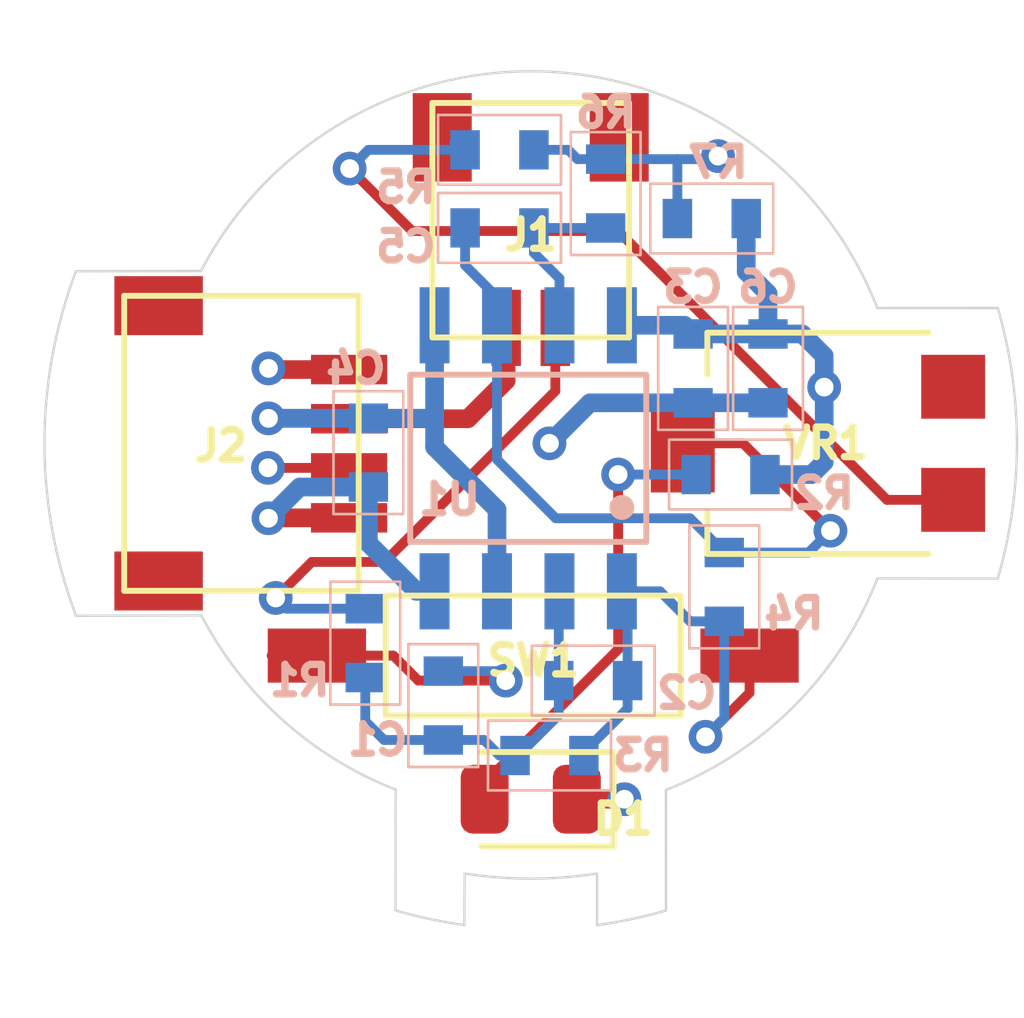
<source format=kicad_pcb>
(kicad_pcb (version 20171130) (host pcbnew "(5.1.8-0-10_14)")

  (general
    (thickness 1.6)
    (drawings 16)
    (tracks 139)
    (zones 0)
    (modules 19)
    (nets 14)
  )

  (page A4)
  (layers
    (0 F.Cu signal)
    (1 In1.Cu signal)
    (2 In2.Cu signal)
    (31 B.Cu signal)
    (32 B.Adhes user hide)
    (33 F.Adhes user hide)
    (34 B.Paste user hide)
    (35 F.Paste user hide)
    (36 B.SilkS user hide)
    (37 F.SilkS user hide)
    (38 B.Mask user hide)
    (39 F.Mask user hide)
    (40 Dwgs.User user hide)
    (41 Cmts.User user hide)
    (42 Eco1.User user hide)
    (43 Eco2.User user hide)
    (44 Edge.Cuts user)
    (45 Margin user hide)
    (46 B.CrtYd user hide)
    (47 F.CrtYd user hide)
    (48 B.Fab user hide)
    (49 F.Fab user hide)
  )

  (setup
    (last_trace_width 0.2)
    (user_trace_width 0.38)
    (trace_clearance 0.2)
    (zone_clearance 0.508)
    (zone_45_only no)
    (trace_min 0.2)
    (via_size 0.685)
    (via_drill 0.381)
    (via_min_size 0.4)
    (via_min_drill 0.3)
    (uvia_size 0.3)
    (uvia_drill 0.1)
    (uvias_allowed no)
    (uvia_min_size 0.2)
    (uvia_min_drill 0.1)
    (edge_width 0.05)
    (segment_width 0.2)
    (pcb_text_width 0.3)
    (pcb_text_size 1.5 1.5)
    (mod_edge_width 0.12)
    (mod_text_size 1 1)
    (mod_text_width 0.15)
    (pad_size 1.2 1.8)
    (pad_drill 0)
    (pad_to_mask_clearance 0)
    (aux_axis_origin 0 0)
    (grid_origin 150 150)
    (visible_elements 7FFFF7FF)
    (pcbplotparams
      (layerselection 0x010f0_ffffffff)
      (usegerberextensions true)
      (usegerberattributes true)
      (usegerberadvancedattributes true)
      (creategerberjobfile true)
      (excludeedgelayer true)
      (linewidth 0.100000)
      (plotframeref false)
      (viasonmask false)
      (mode 1)
      (useauxorigin false)
      (hpglpennumber 1)
      (hpglpenspeed 20)
      (hpglpendiameter 15.000000)
      (psnegative false)
      (psa4output false)
      (plotreference true)
      (plotvalue false)
      (plotinvisibletext false)
      (padsonsilk false)
      (subtractmaskfromsilk false)
      (outputformat 1)
      (mirror false)
      (drillshape 0)
      (scaleselection 1)
      (outputdirectory "Gerbs/"))
  )

  (net 0 "")
  (net 1 "Net-(C1-Pad1)")
  (net 2 "Net-(C1-Pad2)")
  (net 3 "Net-(C2-Pad1)")
  (net 4 GND)
  (net 5 +10V)
  (net 6 +5V)
  (net 7 "Net-(C5-Pad2)")
  (net 8 "Net-(C5-Pad1)")
  (net 9 "Net-(D1-Pad2)")
  (net 10 "Net-(J1-Pad1)")
  (net 11 "Net-(J2-Pad3)")
  (net 12 "Net-(R5-Pad2)")
  (net 13 "Net-(VR1-Pad2)")

  (net_class Default "This is the default net class."
    (clearance 0.2)
    (trace_width 0.2)
    (via_dia 0.685)
    (via_drill 0.381)
    (uvia_dia 0.3)
    (uvia_drill 0.1)
    (add_net +10V)
    (add_net +5V)
    (add_net GND)
    (add_net "Net-(C1-Pad1)")
    (add_net "Net-(C1-Pad2)")
    (add_net "Net-(C2-Pad1)")
    (add_net "Net-(C5-Pad1)")
    (add_net "Net-(C5-Pad2)")
    (add_net "Net-(D1-Pad2)")
    (add_net "Net-(J1-Pad1)")
    (add_net "Net-(J2-Pad3)")
    (add_net "Net-(R5-Pad2)")
    (add_net "Net-(VR1-Pad2)")
  )

  (module LED_SMD:LED_0805_2012Metric (layer F.Cu) (tedit 5F68FEF1) (tstamp 606D0028)
    (at 150 157.239 180)
    (descr "LED SMD 0805 (2012 Metric), square (rectangular) end terminal, IPC_7351 nominal, (Body size source: https://docs.google.com/spreadsheets/d/1BsfQQcO9C6DZCsRaXUlFlo91Tg2WpOkGARC1WS5S8t0/edit?usp=sharing), generated with kicad-footprint-generator")
    (tags LED)
    (path /601B3E03)
    (attr smd)
    (fp_text reference D1 (at -1.8796 -0.4064) (layer F.SilkS)
      (effects (font (size 0.6 0.6) (thickness 0.15)))
    )
    (fp_text value LED (at -15.113 -1.0795) (layer F.Fab)
      (effects (font (size 1 1) (thickness 0.15)))
    )
    (fp_text user %R (at 0 0) (layer F.Fab)
      (effects (font (size 0.5 0.5) (thickness 0.08)))
    )
    (fp_line (start 1 -0.6) (end -0.7 -0.6) (layer F.Fab) (width 0.1))
    (fp_line (start -0.7 -0.6) (end -1 -0.3) (layer F.Fab) (width 0.1))
    (fp_line (start -1 -0.3) (end -1 0.6) (layer F.Fab) (width 0.1))
    (fp_line (start -1 0.6) (end 1 0.6) (layer F.Fab) (width 0.1))
    (fp_line (start 1 0.6) (end 1 -0.6) (layer F.Fab) (width 0.1))
    (fp_line (start 1 -0.96) (end -1.685 -0.96) (layer F.SilkS) (width 0.12))
    (fp_line (start -1.685 -0.96) (end -1.685 0.96) (layer F.SilkS) (width 0.12))
    (fp_line (start -1.685 0.96) (end 1 0.96) (layer F.SilkS) (width 0.12))
    (fp_line (start -1.68 0.95) (end -1.68 -0.95) (layer F.CrtYd) (width 0.05))
    (fp_line (start -1.68 -0.95) (end 1.68 -0.95) (layer F.CrtYd) (width 0.05))
    (fp_line (start 1.68 -0.95) (end 1.68 0.95) (layer F.CrtYd) (width 0.05))
    (fp_line (start 1.68 0.95) (end -1.68 0.95) (layer F.CrtYd) (width 0.05))
    (pad 2 smd roundrect (at 0.9375 0 180) (size 0.975 1.4) (layers F.Cu F.Paste F.Mask) (roundrect_rratio 0.25)
      (net 9 "Net-(D1-Pad2)"))
    (pad 1 smd roundrect (at -0.9375 0 180) (size 0.975 1.4) (layers F.Cu F.Paste F.Mask) (roundrect_rratio 0.25)
      (net 4 GND))
    (model ${KISYS3DMOD}/LED_SMD.3dshapes/LED_0805_2012Metric.wrl
      (at (xyz 0 0 0))
      (scale (xyz 1 1 1))
      (rotate (xyz 0 0 0))
    )
  )

  (module digikey-footprints:0603 (layer B.Cu) (tedit 60269E4A) (tstamp 60270E73)
    (at 153.683 145.428)
    (path /6018C4EB)
    (attr smd)
    (fp_text reference R7 (at 0.127 -1.143 180) (layer B.SilkS)
      (effects (font (size 0.6 0.6) (thickness 0.15)) (justify mirror))
    )
    (fp_text value 1M (at -14.859 -2.54) (layer B.Fab)
      (effects (font (size 1 1) (thickness 0.15)) (justify mirror))
    )
    (fp_line (start -1.11 0.71) (end 1.11 0.71) (layer B.SilkS) (width 0.05))
    (fp_line (start 1.11 -0.71) (end 1.25 -0.71) (layer B.SilkS) (width 0.05))
    (fp_line (start 1.11 0.71) (end 1.25 0.71) (layer B.SilkS) (width 0.05))
    (fp_line (start -1.11 0.71) (end -1.25 0.71) (layer B.SilkS) (width 0.05))
    (fp_line (start -1.11 -0.71) (end -1.25 -0.71) (layer B.SilkS) (width 0.05))
    (fp_line (start -1.25 -0.71) (end -1.25 0.71) (layer B.SilkS) (width 0.05))
    (fp_line (start 1.11 -0.71) (end -1.11 -0.71) (layer B.SilkS) (width 0.05))
    (fp_line (start 1.25 0.71) (end 1.25 -0.71) (layer B.SilkS) (width 0.05))
    (fp_line (start 1.25 0.71) (end -1.25 0.71) (layer B.SilkS) (width 0.05))
    (fp_line (start -1.25 -0.71) (end -1.25 0.71) (layer B.SilkS) (width 0.05))
    (fp_line (start 1.25 0.71) (end 1.25 -0.71) (layer B.SilkS) (width 0.05))
    (fp_line (start -1.25 -0.71) (end 1.25 -0.71) (layer B.SilkS) (width 0.05))
    (pad 1 smd rect (at -0.7 0) (size 0.6 0.8) (layers B.Cu B.Paste B.Mask)
      (net 11 "Net-(J2-Pad3)"))
    (pad 2 smd rect (at 0.7 0) (size 0.6 0.8) (layers B.Cu B.Paste B.Mask)
      (net 5 +10V))
  )

  (module Custom_Piezo:SM04B-SRSS-TB (layer F.Cu) (tedit 606C7614) (tstamp 606CFD96)
    (at 142.4308 150 270)
    (path /601A9BB3)
    (fp_text reference J2 (at 0.0508 -1.27 180) (layer F.SilkS)
      (effects (font (size 0.6 0.6) (thickness 0.15)))
    )
    (fp_text value PCB_TO_JACK (at 5.207 -19.5707 180) (layer F.Fab)
      (effects (font (size 1 1) (thickness 0.15)))
    )
    (fp_line (start -3 0.7) (end -3 -4.07) (layer F.SilkS) (width 0.12))
    (fp_line (start -3 -4.07) (end 3 -4.07) (layer F.SilkS) (width 0.12))
    (fp_line (start -3 0.7) (end 3 0.7) (layer F.SilkS) (width 0.12))
    (fp_line (start 3 0.7) (end 3 -4.07) (layer F.SilkS) (width 0.12))
    (pad "" smd rect (at 2.8 0 270) (size 1.2 1.8) (layers F.Cu F.Paste F.Mask))
    (pad "" smd rect (at -2.8 0 270) (size 1.2 1.8) (layers F.Cu F.Paste F.Mask))
    (pad 2 smd rect (at -0.5 -3.875 270) (size 0.6 1.55) (layers F.Cu F.Paste F.Mask)
      (net 6 +5V))
    (pad 1 smd rect (at -1.5 -3.875 270) (size 0.6 1.55) (layers F.Cu F.Paste F.Mask)
      (net 5 +10V))
    (pad 3 smd rect (at 0.5 -3.875 270) (size 0.6 1.55) (layers F.Cu F.Paste F.Mask)
      (net 11 "Net-(J2-Pad3)"))
    (pad 4 smd rect (at 1.516 -3.875 270) (size 0.6 1.55) (layers F.Cu F.Paste F.Mask)
      (net 4 GND))
  )

  (module Custom_Piezo:SM02B-SRSS-TB (layer F.Cu) (tedit 606C7621) (tstamp 606CEBC1)
    (at 150 143.777 180)
    (path /601A0774)
    (fp_text reference J1 (at 0 -1.9868) (layer F.SilkS)
      (effects (font (size 0.6 0.6) (thickness 0.15)))
    )
    (fp_text value PIEZO_INPUT (at -11.7475 -12.954) (layer F.Fab)
      (effects (font (size 1 1) (thickness 0.15)))
    )
    (fp_line (start 2 0.7) (end 2 -4.07) (layer F.SilkS) (width 0.12))
    (fp_line (start -2 0.7) (end 2 0.7) (layer F.SilkS) (width 0.12))
    (fp_line (start -2 -4.07) (end 2 -4.07) (layer F.SilkS) (width 0.12))
    (fp_line (start -2 0.7) (end -2 -4.07) (layer F.SilkS) (width 0.12))
    (pad 1 smd rect (at -0.5 -3.875 180) (size 0.6 1.55) (layers F.Cu F.Paste F.Mask)
      (net 10 "Net-(J1-Pad1)"))
    (pad 2 smd rect (at 0.5 -3.875 180) (size 0.6 1.55) (layers F.Cu F.Paste F.Mask)
      (net 6 +5V))
    (pad "" smd rect (at -1.8 0 180) (size 1.2 1.8) (layers F.Cu F.Paste F.Mask))
    (pad "" smd rect (at 1.8 0 180) (size 1.2 1.8) (layers F.Cu F.Paste F.Mask))
  )

  (module digikey-footprints:0603 (layer B.Cu) (tedit 60269E4A) (tstamp 606CEE00)
    (at 154.064 150.635)
    (path /601ABB1E)
    (attr smd)
    (fp_text reference R2 (at 1.905 0.381) (layer B.SilkS)
      (effects (font (size 0.6 0.6) (thickness 0.15)) (justify mirror))
    )
    (fp_text value 3K9 (at -15.621 -2.0955) (layer B.Fab)
      (effects (font (size 1 1) (thickness 0.15)) (justify mirror))
    )
    (fp_line (start -1.25 -0.71) (end 1.25 -0.71) (layer B.SilkS) (width 0.05))
    (fp_line (start 1.25 0.71) (end 1.25 -0.71) (layer B.SilkS) (width 0.05))
    (fp_line (start -1.25 -0.71) (end -1.25 0.71) (layer B.SilkS) (width 0.05))
    (fp_line (start 1.25 0.71) (end -1.25 0.71) (layer B.SilkS) (width 0.05))
    (fp_line (start 1.25 0.71) (end 1.25 -0.71) (layer B.SilkS) (width 0.05))
    (fp_line (start 1.11 -0.71) (end -1.11 -0.71) (layer B.SilkS) (width 0.05))
    (fp_line (start -1.25 -0.71) (end -1.25 0.71) (layer B.SilkS) (width 0.05))
    (fp_line (start -1.11 -0.71) (end -1.25 -0.71) (layer B.SilkS) (width 0.05))
    (fp_line (start -1.11 0.71) (end -1.25 0.71) (layer B.SilkS) (width 0.05))
    (fp_line (start 1.11 0.71) (end 1.25 0.71) (layer B.SilkS) (width 0.05))
    (fp_line (start 1.11 -0.71) (end 1.25 -0.71) (layer B.SilkS) (width 0.05))
    (fp_line (start -1.11 0.71) (end 1.11 0.71) (layer B.SilkS) (width 0.05))
    (pad 2 smd rect (at 0.7 0) (size 0.6 0.8) (layers B.Cu B.Paste B.Mask)
      (net 5 +10V))
    (pad 1 smd rect (at -0.7 0) (size 0.6 0.8) (layers B.Cu B.Paste B.Mask)
      (net 9 "Net-(D1-Pad2)"))
  )

  (module Custom_Piezo:LMC6062IMX (layer B.Cu) (tedit 60269E00) (tstamp 602573BA)
    (at 149.9492 150.3048 90)
    (path /6014A6DF)
    (fp_text reference U1 (at -0.8382 -1.6002 180) (layer B.SilkS)
      (effects (font (size 0.6 0.6) (thickness 0.15)) (justify mirror))
    )
    (fp_text value LMC6062 (at 0.2845 -13.408) (layer B.Fab)
      (effects (font (size 1 1) (thickness 0.15)) (justify mirror))
    )
    (fp_line (start -1.7 2.4) (end -1.7 -2.4) (layer B.SilkS) (width 0.12))
    (fp_line (start 1.7 2.4) (end 1.7 -2.4) (layer B.SilkS) (width 0.12))
    (fp_circle (center -1 1.905) (end -0.873 1.905) (layer B.SilkS) (width 0.254))
    (fp_line (start -1.7 -2.4) (end 1.7 -2.4) (layer B.SilkS) (width 0.12))
    (fp_line (start -1.7 2.4) (end 1.7 2.4) (layer B.SilkS) (width 0.12))
    (pad 7 smd rect (at 2.7051 0.635 90) (size 1.5494 0.6096) (layers B.Cu B.Paste B.Mask)
      (net 8 "Net-(C5-Pad1)") (solder_mask_margin 0.07112))
    (pad 8 smd rect (at 2.7051 1.905 90) (size 1.5494 0.6096) (layers B.Cu B.Paste B.Mask)
      (net 5 +10V) (solder_mask_margin 0.07112))
    (pad 6 smd rect (at 2.7051 -0.635 90) (size 1.5494 0.6096) (layers B.Cu B.Paste B.Mask)
      (net 7 "Net-(C5-Pad2)") (solder_mask_margin 0.07112))
    (pad 5 smd rect (at 2.7051 -1.905 90) (size 1.5494 0.6096) (layers B.Cu B.Paste B.Mask)
      (net 6 +5V) (solder_mask_margin 0.07112))
    (pad 1 smd rect (at -2.7051 1.905 90) (size 1.5494 0.6096) (layers B.Cu B.Paste B.Mask)
      (net 3 "Net-(C2-Pad1)") (solder_mask_margin 0.07112))
    (pad 2 smd rect (at -2.7051 0.635 90) (size 1.5494 0.6096) (layers B.Cu B.Paste B.Mask)
      (net 2 "Net-(C1-Pad2)") (solder_mask_margin 0.07112))
    (pad 3 smd rect (at -2.7051 -0.635 90) (size 1.5494 0.6096) (layers B.Cu B.Paste B.Mask)
      (net 6 +5V) (solder_mask_margin 0.07112))
    (pad 4 smd rect (at -2.7051 -1.905 90) (size 1.5494 0.6096) (layers B.Cu B.Paste B.Mask)
      (net 4 GND) (solder_mask_margin 0.07112))
  )

  (module Custom_Piezo:3314G-1-105E (layer F.Cu) (tedit 60269EDA) (tstamp 602573C5)
    (at 155.842 150 270)
    (path /6027A299)
    (attr smd)
    (fp_text reference VR1 (at 0 -0.1524 180) (layer F.SilkS)
      (effects (font (size 0.6 0.6) (thickness 0.15)))
    )
    (fp_text value 1M (at 8.255 -2.159 180) (layer F.Fab)
      (effects (font (size 1 1) (thickness 0.15)))
    )
    (fp_line (start 2.25 2.25) (end 2.25 -2.25) (layer F.SilkS) (width 0.12))
    (fp_line (start 2.25 2.25) (end 1.4 2.25) (layer F.SilkS) (width 0.12))
    (fp_line (start -2.25 -2.25) (end -2.25 2.25) (layer F.SilkS) (width 0.12))
    (fp_line (start -2.25 2.25) (end -1.4 2.25) (layer F.SilkS) (width 0.12))
    (pad 3 smd rect (at 1.15 -2.75 270) (size 1.3 1.3) (layers F.Cu F.Paste F.Mask)
      (net 12 "Net-(R5-Pad2)"))
    (pad 2 smd rect (at -1.15 -2.75 270) (size 1.3 1.3) (layers F.Cu F.Paste F.Mask)
      (net 13 "Net-(VR1-Pad2)"))
    (pad 1 smd rect (at 0 2.75 270) (size 2 1.3) (layers F.Cu F.Paste F.Mask)
      (net 7 "Net-(C5-Pad2)"))
  )

  (module Custom_Piezo:EDS01SGNNTR04Q (layer F.Cu) (tedit 60269EF7) (tstamp 60257793)
    (at 150.0508 154.318 90)
    (path /60199BEB)
    (attr smd)
    (fp_text reference SW1 (at -0.1016 0 180) (layer F.SilkS)
      (effects (font (size 0.6 0.6) (thickness 0.15)))
    )
    (fp_text value SW_DIP_x01 (at 0.5715 11.4427 180) (layer F.Fab)
      (effects (font (size 1 1) (thickness 0.15)))
    )
    (fp_line (start -1.22 3) (end 1.22 3) (layer F.SilkS) (width 0.12))
    (fp_line (start -1.22 -3) (end -1.22 3) (layer F.SilkS) (width 0.12))
    (fp_line (start 1.22 -3) (end 1.22 3) (layer F.SilkS) (width 0.12))
    (fp_line (start 1.22 -3) (end -1.22 -3) (layer F.SilkS) (width 0.12))
    (pad 2 smd rect (at 0 4.4 90) (size 1.1 2) (layers F.Cu F.Paste F.Mask)
      (net 3 "Net-(C2-Pad1)"))
    (pad 1 smd rect (at 0 -4.4 90) (size 1.1 2) (layers F.Cu F.Paste F.Mask)
      (net 1 "Net-(C1-Pad1)"))
  )

  (module digikey-footprints:0603 (layer B.Cu) (tedit 60269E4A) (tstamp 6025738B)
    (at 151.524 144.92 270)
    (path /60184C08)
    (attr smd)
    (fp_text reference R6 (at -1.651 0 180) (layer B.SilkS)
      (effects (font (size 0.6 0.6) (thickness 0.15)) (justify mirror))
    )
    (fp_text value 20R (at 2.159 13.081 180) (layer B.Fab)
      (effects (font (size 1 1) (thickness 0.15)) (justify mirror))
    )
    (fp_line (start -1.11 0.71) (end 1.11 0.71) (layer B.SilkS) (width 0.05))
    (fp_line (start 1.11 -0.71) (end 1.25 -0.71) (layer B.SilkS) (width 0.05))
    (fp_line (start 1.11 0.71) (end 1.25 0.71) (layer B.SilkS) (width 0.05))
    (fp_line (start -1.11 0.71) (end -1.25 0.71) (layer B.SilkS) (width 0.05))
    (fp_line (start -1.11 -0.71) (end -1.25 -0.71) (layer B.SilkS) (width 0.05))
    (fp_line (start -1.25 -0.71) (end -1.25 0.71) (layer B.SilkS) (width 0.05))
    (fp_line (start 1.11 -0.71) (end -1.11 -0.71) (layer B.SilkS) (width 0.05))
    (fp_line (start 1.25 0.71) (end 1.25 -0.71) (layer B.SilkS) (width 0.05))
    (fp_line (start 1.25 0.71) (end -1.25 0.71) (layer B.SilkS) (width 0.05))
    (fp_line (start -1.25 -0.71) (end -1.25 0.71) (layer B.SilkS) (width 0.05))
    (fp_line (start 1.25 0.71) (end 1.25 -0.71) (layer B.SilkS) (width 0.05))
    (fp_line (start -1.25 -0.71) (end 1.25 -0.71) (layer B.SilkS) (width 0.05))
    (pad 1 smd rect (at -0.7 0 270) (size 0.6 0.8) (layers B.Cu B.Paste B.Mask)
      (net 11 "Net-(J2-Pad3)"))
    (pad 2 smd rect (at 0.7 0 270) (size 0.6 0.8) (layers B.Cu B.Paste B.Mask)
      (net 8 "Net-(C5-Pad1)"))
  )

  (module digikey-footprints:0603 (layer B.Cu) (tedit 60269E4A) (tstamp 60257377)
    (at 149.365 144.031 180)
    (path /60185981)
    (attr smd)
    (fp_text reference R5 (at 1.905 -0.762 180) (layer B.SilkS)
      (effects (font (size 0.6 0.6) (thickness 0.15)) (justify mirror))
    )
    (fp_text value 10k (at 10.8585 -14.4145) (layer B.Fab)
      (effects (font (size 1 1) (thickness 0.15)) (justify mirror))
    )
    (fp_line (start -1.11 0.71) (end 1.11 0.71) (layer B.SilkS) (width 0.05))
    (fp_line (start 1.11 -0.71) (end 1.25 -0.71) (layer B.SilkS) (width 0.05))
    (fp_line (start 1.11 0.71) (end 1.25 0.71) (layer B.SilkS) (width 0.05))
    (fp_line (start -1.11 0.71) (end -1.25 0.71) (layer B.SilkS) (width 0.05))
    (fp_line (start -1.11 -0.71) (end -1.25 -0.71) (layer B.SilkS) (width 0.05))
    (fp_line (start -1.25 -0.71) (end -1.25 0.71) (layer B.SilkS) (width 0.05))
    (fp_line (start 1.11 -0.71) (end -1.11 -0.71) (layer B.SilkS) (width 0.05))
    (fp_line (start 1.25 0.71) (end 1.25 -0.71) (layer B.SilkS) (width 0.05))
    (fp_line (start 1.25 0.71) (end -1.25 0.71) (layer B.SilkS) (width 0.05))
    (fp_line (start -1.25 -0.71) (end -1.25 0.71) (layer B.SilkS) (width 0.05))
    (fp_line (start 1.25 0.71) (end 1.25 -0.71) (layer B.SilkS) (width 0.05))
    (fp_line (start -1.25 -0.71) (end 1.25 -0.71) (layer B.SilkS) (width 0.05))
    (pad 1 smd rect (at -0.7 0 180) (size 0.6 0.8) (layers B.Cu B.Paste B.Mask)
      (net 11 "Net-(J2-Pad3)"))
    (pad 2 smd rect (at 0.7 0 180) (size 0.6 0.8) (layers B.Cu B.Paste B.Mask)
      (net 12 "Net-(R5-Pad2)"))
  )

  (module digikey-footprints:0603 (layer B.Cu) (tedit 60269E4A) (tstamp 60257363)
    (at 153.937 152.921 270)
    (path /6015EF26)
    (attr smd)
    (fp_text reference R4 (at 0.546 -1.412) (layer B.SilkS)
      (effects (font (size 0.6 0.6) (thickness 0.15)) (justify mirror))
    )
    (fp_text value 10k (at -1.4605 15.494 180) (layer B.Fab)
      (effects (font (size 1 1) (thickness 0.15)) (justify mirror))
    )
    (fp_line (start -1.11 0.71) (end 1.11 0.71) (layer B.SilkS) (width 0.05))
    (fp_line (start 1.11 -0.71) (end 1.25 -0.71) (layer B.SilkS) (width 0.05))
    (fp_line (start 1.11 0.71) (end 1.25 0.71) (layer B.SilkS) (width 0.05))
    (fp_line (start -1.11 0.71) (end -1.25 0.71) (layer B.SilkS) (width 0.05))
    (fp_line (start -1.11 -0.71) (end -1.25 -0.71) (layer B.SilkS) (width 0.05))
    (fp_line (start -1.25 -0.71) (end -1.25 0.71) (layer B.SilkS) (width 0.05))
    (fp_line (start 1.11 -0.71) (end -1.11 -0.71) (layer B.SilkS) (width 0.05))
    (fp_line (start 1.25 0.71) (end 1.25 -0.71) (layer B.SilkS) (width 0.05))
    (fp_line (start 1.25 0.71) (end -1.25 0.71) (layer B.SilkS) (width 0.05))
    (fp_line (start -1.25 -0.71) (end -1.25 0.71) (layer B.SilkS) (width 0.05))
    (fp_line (start 1.25 0.71) (end 1.25 -0.71) (layer B.SilkS) (width 0.05))
    (fp_line (start -1.25 -0.71) (end 1.25 -0.71) (layer B.SilkS) (width 0.05))
    (pad 1 smd rect (at -0.7 0 270) (size 0.6 0.8) (layers B.Cu B.Paste B.Mask)
      (net 7 "Net-(C5-Pad2)"))
    (pad 2 smd rect (at 0.7 0 270) (size 0.6 0.8) (layers B.Cu B.Paste B.Mask)
      (net 3 "Net-(C2-Pad1)"))
  )

  (module digikey-footprints:0603 (layer B.Cu) (tedit 60269E4A) (tstamp 606CF8D9)
    (at 150.381 156.35 180)
    (path /6015CCBF)
    (attr smd)
    (fp_text reference R3 (at -1.905 0 180) (layer B.SilkS)
      (effects (font (size 0.6 0.6) (thickness 0.15)) (justify mirror))
    )
    (fp_text value 22M (at 12.065 10.668) (layer B.Fab)
      (effects (font (size 1 1) (thickness 0.15)) (justify mirror))
    )
    (fp_line (start -1.11 0.71) (end 1.11 0.71) (layer B.SilkS) (width 0.05))
    (fp_line (start 1.11 -0.71) (end 1.25 -0.71) (layer B.SilkS) (width 0.05))
    (fp_line (start 1.11 0.71) (end 1.25 0.71) (layer B.SilkS) (width 0.05))
    (fp_line (start -1.11 0.71) (end -1.25 0.71) (layer B.SilkS) (width 0.05))
    (fp_line (start -1.11 -0.71) (end -1.25 -0.71) (layer B.SilkS) (width 0.05))
    (fp_line (start -1.25 -0.71) (end -1.25 0.71) (layer B.SilkS) (width 0.05))
    (fp_line (start 1.11 -0.71) (end -1.11 -0.71) (layer B.SilkS) (width 0.05))
    (fp_line (start 1.25 0.71) (end 1.25 -0.71) (layer B.SilkS) (width 0.05))
    (fp_line (start 1.25 0.71) (end -1.25 0.71) (layer B.SilkS) (width 0.05))
    (fp_line (start -1.25 -0.71) (end -1.25 0.71) (layer B.SilkS) (width 0.05))
    (fp_line (start 1.25 0.71) (end 1.25 -0.71) (layer B.SilkS) (width 0.05))
    (fp_line (start -1.25 -0.71) (end 1.25 -0.71) (layer B.SilkS) (width 0.05))
    (pad 1 smd rect (at -0.7 0 180) (size 0.6 0.8) (layers B.Cu B.Paste B.Mask)
      (net 3 "Net-(C2-Pad1)"))
    (pad 2 smd rect (at 0.7 0 180) (size 0.6 0.8) (layers B.Cu B.Paste B.Mask)
      (net 2 "Net-(C1-Pad2)"))
  )

  (module digikey-footprints:0603 (layer B.Cu) (tedit 60269E4A) (tstamp 60266C2F)
    (at 146.6345 154.064 90)
    (path /601466F8)
    (attr smd)
    (fp_text reference R1 (at -0.762 -1.3335) (layer B.SilkS)
      (effects (font (size 0.6 0.6) (thickness 0.15)) (justify mirror))
    )
    (fp_text value 1M (at 12.5095 -7.8105 180) (layer B.Fab)
      (effects (font (size 1 1) (thickness 0.15)) (justify mirror))
    )
    (fp_line (start -1.11 0.71) (end 1.11 0.71) (layer B.SilkS) (width 0.05))
    (fp_line (start 1.11 -0.71) (end 1.25 -0.71) (layer B.SilkS) (width 0.05))
    (fp_line (start 1.11 0.71) (end 1.25 0.71) (layer B.SilkS) (width 0.05))
    (fp_line (start -1.11 0.71) (end -1.25 0.71) (layer B.SilkS) (width 0.05))
    (fp_line (start -1.11 -0.71) (end -1.25 -0.71) (layer B.SilkS) (width 0.05))
    (fp_line (start -1.25 -0.71) (end -1.25 0.71) (layer B.SilkS) (width 0.05))
    (fp_line (start 1.11 -0.71) (end -1.11 -0.71) (layer B.SilkS) (width 0.05))
    (fp_line (start 1.25 0.71) (end 1.25 -0.71) (layer B.SilkS) (width 0.05))
    (fp_line (start 1.25 0.71) (end -1.25 0.71) (layer B.SilkS) (width 0.05))
    (fp_line (start -1.25 -0.71) (end -1.25 0.71) (layer B.SilkS) (width 0.05))
    (fp_line (start 1.25 0.71) (end 1.25 -0.71) (layer B.SilkS) (width 0.05))
    (fp_line (start -1.25 -0.71) (end 1.25 -0.71) (layer B.SilkS) (width 0.05))
    (pad 1 smd rect (at -0.7 0 90) (size 0.6 0.8) (layers B.Cu B.Paste B.Mask)
      (net 2 "Net-(C1-Pad2)"))
    (pad 2 smd rect (at 0.7 0 90) (size 0.6 0.8) (layers B.Cu B.Paste B.Mask)
      (net 10 "Net-(J1-Pad1)"))
  )

  (module digikey-footprints:0603 (layer B.Cu) (tedit 60269E4A) (tstamp 60264D34)
    (at 154.826 148.476 270)
    (path /601A7F45)
    (attr smd)
    (fp_text reference C6 (at -1.65 0 180) (layer B.SilkS)
      (effects (font (size 0.6 0.6) (thickness 0.15)) (justify mirror))
    )
    (fp_text value 0.1uF (at 4.445 16.9545) (layer B.Fab)
      (effects (font (size 1 1) (thickness 0.15)) (justify mirror))
    )
    (fp_line (start -1.11 0.71) (end 1.11 0.71) (layer B.SilkS) (width 0.05))
    (fp_line (start 1.11 -0.71) (end 1.25 -0.71) (layer B.SilkS) (width 0.05))
    (fp_line (start 1.11 0.71) (end 1.25 0.71) (layer B.SilkS) (width 0.05))
    (fp_line (start -1.11 0.71) (end -1.25 0.71) (layer B.SilkS) (width 0.05))
    (fp_line (start -1.11 -0.71) (end -1.25 -0.71) (layer B.SilkS) (width 0.05))
    (fp_line (start -1.25 -0.71) (end -1.25 0.71) (layer B.SilkS) (width 0.05))
    (fp_line (start 1.11 -0.71) (end -1.11 -0.71) (layer B.SilkS) (width 0.05))
    (fp_line (start 1.25 0.71) (end 1.25 -0.71) (layer B.SilkS) (width 0.05))
    (fp_line (start 1.25 0.71) (end -1.25 0.71) (layer B.SilkS) (width 0.05))
    (fp_line (start -1.25 -0.71) (end -1.25 0.71) (layer B.SilkS) (width 0.05))
    (fp_line (start 1.25 0.71) (end 1.25 -0.71) (layer B.SilkS) (width 0.05))
    (fp_line (start -1.25 -0.71) (end 1.25 -0.71) (layer B.SilkS) (width 0.05))
    (pad 1 smd rect (at -0.7 0 270) (size 0.6 0.8) (layers B.Cu B.Paste B.Mask)
      (net 5 +10V))
    (pad 2 smd rect (at 0.7 0 270) (size 0.6 0.8) (layers B.Cu B.Paste B.Mask)
      (net 4 GND))
  )

  (module digikey-footprints:0603 (layer B.Cu) (tedit 60269E4A) (tstamp 602572D1)
    (at 149.365 145.6185 180)
    (path /60182EB2)
    (attr smd)
    (fp_text reference C5 (at 1.905 -0.381 180) (layer B.SilkS)
      (effects (font (size 0.6 0.6) (thickness 0.15)) (justify mirror))
    )
    (fp_text value 20pF (at 11.303 -8.6995) (layer B.Fab)
      (effects (font (size 1 1) (thickness 0.15)) (justify mirror))
    )
    (fp_line (start -1.11 0.71) (end 1.11 0.71) (layer B.SilkS) (width 0.05))
    (fp_line (start 1.11 -0.71) (end 1.25 -0.71) (layer B.SilkS) (width 0.05))
    (fp_line (start 1.11 0.71) (end 1.25 0.71) (layer B.SilkS) (width 0.05))
    (fp_line (start -1.11 0.71) (end -1.25 0.71) (layer B.SilkS) (width 0.05))
    (fp_line (start -1.11 -0.71) (end -1.25 -0.71) (layer B.SilkS) (width 0.05))
    (fp_line (start -1.25 -0.71) (end -1.25 0.71) (layer B.SilkS) (width 0.05))
    (fp_line (start 1.11 -0.71) (end -1.11 -0.71) (layer B.SilkS) (width 0.05))
    (fp_line (start 1.25 0.71) (end 1.25 -0.71) (layer B.SilkS) (width 0.05))
    (fp_line (start 1.25 0.71) (end -1.25 0.71) (layer B.SilkS) (width 0.05))
    (fp_line (start -1.25 -0.71) (end -1.25 0.71) (layer B.SilkS) (width 0.05))
    (fp_line (start 1.25 0.71) (end 1.25 -0.71) (layer B.SilkS) (width 0.05))
    (fp_line (start -1.25 -0.71) (end 1.25 -0.71) (layer B.SilkS) (width 0.05))
    (pad 1 smd rect (at -0.7 0 180) (size 0.6 0.8) (layers B.Cu B.Paste B.Mask)
      (net 8 "Net-(C5-Pad1)"))
    (pad 2 smd rect (at 0.7 0 180) (size 0.6 0.8) (layers B.Cu B.Paste B.Mask)
      (net 7 "Net-(C5-Pad2)"))
  )

  (module digikey-footprints:0603 (layer B.Cu) (tedit 60269E4A) (tstamp 60267D8B)
    (at 146.698 150.189 90)
    (path /601B5C76)
    (attr smd)
    (fp_text reference C4 (at 1.713 -0.254) (layer B.SilkS)
      (effects (font (size 0.6 0.6) (thickness 0.15)) (justify mirror))
    )
    (fp_text value 10uF (at -9.59 -8.6995 180) (layer B.Fab)
      (effects (font (size 1 1) (thickness 0.15)) (justify mirror))
    )
    (fp_line (start -1.11 0.71) (end 1.11 0.71) (layer B.SilkS) (width 0.05))
    (fp_line (start 1.11 -0.71) (end 1.25 -0.71) (layer B.SilkS) (width 0.05))
    (fp_line (start 1.11 0.71) (end 1.25 0.71) (layer B.SilkS) (width 0.05))
    (fp_line (start -1.11 0.71) (end -1.25 0.71) (layer B.SilkS) (width 0.05))
    (fp_line (start -1.11 -0.71) (end -1.25 -0.71) (layer B.SilkS) (width 0.05))
    (fp_line (start -1.25 -0.71) (end -1.25 0.71) (layer B.SilkS) (width 0.05))
    (fp_line (start 1.11 -0.71) (end -1.11 -0.71) (layer B.SilkS) (width 0.05))
    (fp_line (start 1.25 0.71) (end 1.25 -0.71) (layer B.SilkS) (width 0.05))
    (fp_line (start 1.25 0.71) (end -1.25 0.71) (layer B.SilkS) (width 0.05))
    (fp_line (start -1.25 -0.71) (end -1.25 0.71) (layer B.SilkS) (width 0.05))
    (fp_line (start 1.25 0.71) (end 1.25 -0.71) (layer B.SilkS) (width 0.05))
    (fp_line (start -1.25 -0.71) (end 1.25 -0.71) (layer B.SilkS) (width 0.05))
    (pad 1 smd rect (at -0.7 0 90) (size 0.6 0.8) (layers B.Cu B.Paste B.Mask)
      (net 4 GND))
    (pad 2 smd rect (at 0.7 0 90) (size 0.6 0.8) (layers B.Cu B.Paste B.Mask)
      (net 6 +5V))
  )

  (module digikey-footprints:0603 (layer B.Cu) (tedit 60269E4A) (tstamp 606CF0BE)
    (at 153.302 148.476 90)
    (path /601B56EC)
    (attr smd)
    (fp_text reference C3 (at 1.65 0) (layer B.SilkS)
      (effects (font (size 0.6 0.6) (thickness 0.15)) (justify mirror))
    )
    (fp_text value 10uF (at -8.636 -15.24 180) (layer B.Fab)
      (effects (font (size 1 1) (thickness 0.15)) (justify mirror))
    )
    (fp_line (start -1.11 0.71) (end 1.11 0.71) (layer B.SilkS) (width 0.05))
    (fp_line (start 1.11 -0.71) (end 1.25 -0.71) (layer B.SilkS) (width 0.05))
    (fp_line (start 1.11 0.71) (end 1.25 0.71) (layer B.SilkS) (width 0.05))
    (fp_line (start -1.11 0.71) (end -1.25 0.71) (layer B.SilkS) (width 0.05))
    (fp_line (start -1.11 -0.71) (end -1.25 -0.71) (layer B.SilkS) (width 0.05))
    (fp_line (start -1.25 -0.71) (end -1.25 0.71) (layer B.SilkS) (width 0.05))
    (fp_line (start 1.11 -0.71) (end -1.11 -0.71) (layer B.SilkS) (width 0.05))
    (fp_line (start 1.25 0.71) (end 1.25 -0.71) (layer B.SilkS) (width 0.05))
    (fp_line (start 1.25 0.71) (end -1.25 0.71) (layer B.SilkS) (width 0.05))
    (fp_line (start -1.25 -0.71) (end -1.25 0.71) (layer B.SilkS) (width 0.05))
    (fp_line (start 1.25 0.71) (end 1.25 -0.71) (layer B.SilkS) (width 0.05))
    (fp_line (start -1.25 -0.71) (end 1.25 -0.71) (layer B.SilkS) (width 0.05))
    (pad 1 smd rect (at -0.7 0 90) (size 0.6 0.8) (layers B.Cu B.Paste B.Mask)
      (net 4 GND))
    (pad 2 smd rect (at 0.7 0 90) (size 0.6 0.8) (layers B.Cu B.Paste B.Mask)
      (net 5 +10V))
  )

  (module digikey-footprints:0603 (layer B.Cu) (tedit 60269E4A) (tstamp 60263A57)
    (at 151.27 154.826 180)
    (path /6015342B)
    (attr smd)
    (fp_text reference C2 (at -1.905 -0.254 180) (layer B.SilkS)
      (effects (font (size 0.6 0.6) (thickness 0.15)) (justify mirror))
    )
    (fp_text value 360pF (at 13.716 -0.889) (layer B.Fab)
      (effects (font (size 1 1) (thickness 0.15)) (justify mirror))
    )
    (fp_line (start -1.11 0.71) (end 1.11 0.71) (layer B.SilkS) (width 0.05))
    (fp_line (start 1.11 -0.71) (end 1.25 -0.71) (layer B.SilkS) (width 0.05))
    (fp_line (start 1.11 0.71) (end 1.25 0.71) (layer B.SilkS) (width 0.05))
    (fp_line (start -1.11 0.71) (end -1.25 0.71) (layer B.SilkS) (width 0.05))
    (fp_line (start -1.11 -0.71) (end -1.25 -0.71) (layer B.SilkS) (width 0.05))
    (fp_line (start -1.25 -0.71) (end -1.25 0.71) (layer B.SilkS) (width 0.05))
    (fp_line (start 1.11 -0.71) (end -1.11 -0.71) (layer B.SilkS) (width 0.05))
    (fp_line (start 1.25 0.71) (end 1.25 -0.71) (layer B.SilkS) (width 0.05))
    (fp_line (start 1.25 0.71) (end -1.25 0.71) (layer B.SilkS) (width 0.05))
    (fp_line (start -1.25 -0.71) (end -1.25 0.71) (layer B.SilkS) (width 0.05))
    (fp_line (start 1.25 0.71) (end 1.25 -0.71) (layer B.SilkS) (width 0.05))
    (fp_line (start -1.25 -0.71) (end 1.25 -0.71) (layer B.SilkS) (width 0.05))
    (pad 1 smd rect (at -0.7 0 180) (size 0.6 0.8) (layers B.Cu B.Paste B.Mask)
      (net 3 "Net-(C2-Pad1)"))
    (pad 2 smd rect (at 0.7 0 180) (size 0.6 0.8) (layers B.Cu B.Paste B.Mask)
      (net 2 "Net-(C1-Pad2)"))
  )

  (module digikey-footprints:0603 (layer B.Cu) (tedit 60269E4A) (tstamp 60257281)
    (at 148.222 155.334 270)
    (path /60155ADC)
    (attr smd)
    (fp_text reference C1 (at 0.6985 1.3335) (layer B.SilkS)
      (effects (font (size 0.6 0.6) (thickness 0.15)) (justify mirror))
    )
    (fp_text value 47nF (at -11.049 10.16 180) (layer B.Fab)
      (effects (font (size 1 1) (thickness 0.15)) (justify mirror))
    )
    (fp_line (start -1.11 0.71) (end 1.11 0.71) (layer B.SilkS) (width 0.05))
    (fp_line (start 1.11 -0.71) (end 1.25 -0.71) (layer B.SilkS) (width 0.05))
    (fp_line (start 1.11 0.71) (end 1.25 0.71) (layer B.SilkS) (width 0.05))
    (fp_line (start -1.11 0.71) (end -1.25 0.71) (layer B.SilkS) (width 0.05))
    (fp_line (start -1.11 -0.71) (end -1.25 -0.71) (layer B.SilkS) (width 0.05))
    (fp_line (start -1.25 -0.71) (end -1.25 0.71) (layer B.SilkS) (width 0.05))
    (fp_line (start 1.11 -0.71) (end -1.11 -0.71) (layer B.SilkS) (width 0.05))
    (fp_line (start 1.25 0.71) (end 1.25 -0.71) (layer B.SilkS) (width 0.05))
    (fp_line (start 1.25 0.71) (end -1.25 0.71) (layer B.SilkS) (width 0.05))
    (fp_line (start -1.25 -0.71) (end -1.25 0.71) (layer B.SilkS) (width 0.05))
    (fp_line (start 1.25 0.71) (end 1.25 -0.71) (layer B.SilkS) (width 0.05))
    (fp_line (start -1.25 -0.71) (end 1.25 -0.71) (layer B.SilkS) (width 0.05))
    (pad 1 smd rect (at -0.7 0 270) (size 0.6 0.8) (layers B.Cu B.Paste B.Mask)
      (net 1 "Net-(C1-Pad1)"))
    (pad 2 smd rect (at 0.7 0 270) (size 0.6 0.8) (layers B.Cu B.Paste B.Mask)
      (net 2 "Net-(C1-Pad2)"))
  )

  (gr_line (start 143.293207 146.49516) (end 140.750001 146.500001) (layer Edge.Cuts) (width 0.05) (tstamp 6025D86F))
  (gr_line (start 157.049999 147.250001) (end 159.499455 147.248122) (layer Edge.Cuts) (width 0.05) (tstamp 6025D864))
  (gr_line (start 159.499999 152.749999) (end 157.050892 152.747709) (layer Edge.Cuts) (width 0.05) (tstamp 6025D861))
  (gr_line (start 152.749999 157.049999) (end 152.750549 159.502471) (layer Edge.Cuts) (width 0.05) (tstamp 6025D85E))
  (gr_line (start 148.656341 158.750975) (end 148.650189 159.797473) (layer Edge.Cuts) (width 0.05) (tstamp 6025D85C))
  (gr_line (start 151.349999 158.749999) (end 151.349999 159.799999) (layer Edge.Cuts) (width 0.05) (tstamp 6025D85B))
  (gr_line (start 147.251939 157.041885) (end 147.250001 159.499999) (layer Edge.Cuts) (width 0.05) (tstamp 6025D858))
  (gr_line (start 140.752991 153.507891) (end 143.300001 153.499999) (layer Edge.Cuts) (width 0.05) (tstamp 6025D07A))
  (gr_arc (start 150 150) (end 157.049999 147.250001) (angle -131.1) (layer Edge.Cuts) (width 0.05))
  (gr_arc (start 150 150) (end 152.749999 157.049999) (angle -47.4) (layer Edge.Cuts) (width 0.05))
  (gr_arc (start 150 150) (end 143.300001 153.499999) (angle -41.1) (layer Edge.Cuts) (width 0.05))
  (gr_arc (start 150 150) (end 151.349999 159.799999) (angle -8.3) (layer Edge.Cuts) (width 0.05))
  (gr_arc (start 150 150) (end 147.250001 159.499999) (angle -8.3) (layer Edge.Cuts) (width 0.05))
  (gr_arc (start 150 150) (end 140.750001 146.500001) (angle -41.5) (layer Edge.Cuts) (width 0.05))
  (gr_arc (start 150 150) (end 159.499999 152.749999) (angle -32.3) (layer Edge.Cuts) (width 0.05))
  (gr_arc (start 150 150) (end 151.349999 158.749999) (angle 17.5) (layer Edge.Cuts) (width 0.05))

  (segment (start 145.6508 154.318) (end 144.7295 154.318) (width 0.2) (layer F.Cu) (net 1))
  (via (at 149.492 154.826) (size 0.685) (drill 0.381) (layers F.Cu B.Cu) (net 1))
  (segment (start 149.3 154.634) (end 149.492 154.826) (width 0.2) (layer B.Cu) (net 1))
  (segment (start 148.222 154.634) (end 149.3 154.634) (width 0.2) (layer B.Cu) (net 1))
  (segment (start 149.492 154.826) (end 147.714 154.826) (width 0.2) (layer F.Cu) (net 1))
  (segment (start 147.206 154.318) (end 145.6508 154.318) (width 0.2) (layer F.Cu) (net 1))
  (segment (start 147.714 154.826) (end 147.206 154.318) (width 0.2) (layer F.Cu) (net 1))
  (segment (start 148.222 156.034) (end 148.222 156.1595) (width 0.2) (layer B.Cu) (net 2))
  (segment (start 150.5842 154.8118) (end 150.57 154.826) (width 0.2) (layer B.Cu) (net 2))
  (segment (start 149.681 156.35) (end 149.746 156.35) (width 0.2) (layer B.Cu) (net 2))
  (segment (start 150.57 155.526) (end 150.57 154.826) (width 0.2) (layer B.Cu) (net 2))
  (segment (start 149.746 156.35) (end 150.57 155.526) (width 0.2) (layer B.Cu) (net 2))
  (segment (start 150.57 153.0241) (end 150.5842 153.0099) (width 0.2) (layer B.Cu) (net 2))
  (segment (start 150.57 154.826) (end 150.57 153.0241) (width 0.2) (layer B.Cu) (net 2))
  (segment (start 149.681 156.35) (end 149.365 156.35) (width 0.2) (layer B.Cu) (net 2))
  (segment (start 149.049 156.034) (end 148.222 156.034) (width 0.2) (layer B.Cu) (net 2))
  (segment (start 149.365 156.35) (end 149.049 156.034) (width 0.2) (layer B.Cu) (net 2))
  (segment (start 148.222 156.034) (end 147.017 156.034) (width 0.2) (layer B.Cu) (net 2))
  (segment (start 146.6345 155.6515) (end 146.6345 154.764) (width 0.2) (layer B.Cu) (net 2))
  (segment (start 147.017 156.034) (end 146.6345 155.6515) (width 0.2) (layer B.Cu) (net 2))
  (segment (start 151.8542 154.7102) (end 151.97 154.826) (width 0.2) (layer B.Cu) (net 3))
  (segment (start 151.081 156.35) (end 151.081 156.285) (width 0.2) (layer B.Cu) (net 3))
  (segment (start 151.97 155.396) (end 151.97 154.826) (width 0.2) (layer B.Cu) (net 3))
  (segment (start 151.081 156.285) (end 151.97 155.396) (width 0.2) (layer B.Cu) (net 3))
  (segment (start 151.97 153.1257) (end 151.8542 153.0099) (width 0.2) (layer B.Cu) (net 3))
  (segment (start 151.97 154.826) (end 151.97 153.1257) (width 0.2) (layer B.Cu) (net 3))
  (segment (start 153.937 153.621) (end 153.24 153.621) (width 0.2) (layer B.Cu) (net 3))
  (segment (start 152.6289 153.0099) (end 151.8542 153.0099) (width 0.2) (layer B.Cu) (net 3))
  (segment (start 153.24 153.621) (end 152.6289 153.0099) (width 0.2) (layer B.Cu) (net 3))
  (segment (start 153.937 153.621) (end 153.937 155.588) (width 0.2) (layer B.Cu) (net 3))
  (segment (start 153.937 155.588) (end 153.556 155.969) (width 0.2) (layer B.Cu) (net 3))
  (via (at 153.556 155.969) (size 0.685) (drill 0.381) (layers F.Cu B.Cu) (net 3))
  (segment (start 154.4508 155.0742) (end 153.556 155.969) (width 0.2) (layer F.Cu) (net 3))
  (segment (start 154.4508 154.318) (end 154.4508 155.0742) (width 0.2) (layer F.Cu) (net 3))
  (via (at 144.666 151.524) (size 0.685) (drill 0.381) (layers F.Cu B.Cu) (net 4))
  (segment (start 144.674 151.516) (end 144.666 151.524) (width 0.38) (layer F.Cu) (net 4))
  (segment (start 146.3058 151.516) (end 144.674 151.516) (width 0.38) (layer F.Cu) (net 4))
  (via (at 151.905 157.239) (size 0.685) (drill 0.381) (layers F.Cu B.Cu) (net 4))
  (segment (start 150.7 157.239) (end 151.905 157.239) (width 0.38) (layer F.Cu) (net 4))
  (segment (start 154.826 149.176) (end 153.302 149.176) (width 0.38) (layer B.Cu) (net 4))
  (segment (start 148.0442 153.0099) (end 147.6759 153.0099) (width 0.38) (layer B.Cu) (net 4))
  (segment (start 146.698 152.032) (end 146.698 150.889) (width 0.38) (layer B.Cu) (net 4))
  (segment (start 147.6759 153.0099) (end 146.698 152.032) (width 0.38) (layer B.Cu) (net 4))
  (segment (start 144.666 151.524) (end 145.301 150.889) (width 0.38) (layer B.Cu) (net 4))
  (segment (start 145.301 150.889) (end 146.698 150.889) (width 0.38) (layer B.Cu) (net 4))
  (via (at 150.381 150) (size 0.685) (drill 0.381) (layers F.Cu B.Cu) (net 4))
  (segment (start 151.205 149.176) (end 150.381 150) (width 0.38) (layer B.Cu) (net 4))
  (segment (start 153.302 149.176) (end 151.205 149.176) (width 0.38) (layer B.Cu) (net 4))
  (segment (start 153.1257 147.5997) (end 153.302 147.776) (width 0.38) (layer B.Cu) (net 5))
  (segment (start 151.8542 147.5997) (end 153.1257 147.5997) (width 0.38) (layer B.Cu) (net 5))
  (segment (start 153.302 147.776) (end 154.826 147.776) (width 0.38) (layer B.Cu) (net 5))
  (segment (start 154.383 145.428) (end 154.383 146.509) (width 0.38) (layer B.Cu) (net 5))
  (segment (start 154.826 146.952) (end 154.826 147.776) (width 0.38) (layer B.Cu) (net 5))
  (segment (start 154.383 146.509) (end 154.826 146.952) (width 0.38) (layer B.Cu) (net 5))
  (segment (start 154.826 147.776) (end 155.523 147.776) (width 0.38) (layer B.Cu) (net 5))
  (segment (start 155.523 147.776) (end 155.969 148.222) (width 0.38) (layer B.Cu) (net 5))
  (segment (start 155.969 148.222) (end 155.969 148.857) (width 0.38) (layer B.Cu) (net 5))
  (segment (start 155.715 150.635) (end 154.764 150.635) (width 0.38) (layer B.Cu) (net 5))
  (segment (start 155.969 150.381) (end 155.715 150.635) (width 0.38) (layer B.Cu) (net 5))
  (via (at 144.666 148.476) (size 0.685) (drill 0.381) (layers F.Cu B.Cu) (net 5))
  (segment (start 144.69 148.5) (end 144.666 148.476) (width 0.38) (layer F.Cu) (net 5))
  (segment (start 146.3058 148.5) (end 144.69 148.5) (width 0.38) (layer F.Cu) (net 5))
  (segment (start 155.969 148.857) (end 155.969 150.381) (width 0.38) (layer B.Cu) (net 5) (tstamp 60846864))
  (via (at 155.969 148.857) (size 0.685) (drill 0.381) (layers F.Cu B.Cu) (net 5))
  (segment (start 155.588 148.476) (end 155.969 148.857) (width 0.38) (layer In2.Cu) (net 5))
  (segment (start 144.666 148.476) (end 155.588 148.476) (width 0.38) (layer In2.Cu) (net 5))
  (segment (start 146.695 149.492) (end 146.698 149.489) (width 0.38) (layer B.Cu) (net 6))
  (segment (start 146.3058 149.5) (end 148.722 149.5) (width 0.38) (layer F.Cu) (net 6))
  (segment (start 149.5 148.722) (end 149.5 147.652) (width 0.38) (layer F.Cu) (net 6))
  (segment (start 148.722 149.5) (end 149.5 148.722) (width 0.38) (layer F.Cu) (net 6))
  (segment (start 149.3142 151.3462) (end 149.3142 153.0099) (width 0.38) (layer B.Cu) (net 6))
  (segment (start 148.0442 150.0762) (end 149.3142 151.3462) (width 0.38) (layer B.Cu) (net 6))
  (segment (start 146.698 149.489) (end 147.971 149.489) (width 0.38) (layer B.Cu) (net 6))
  (segment (start 147.971 149.489) (end 148.0442 149.4158) (width 0.38) (layer B.Cu) (net 6))
  (segment (start 148.0442 149.4158) (end 148.0442 150.0762) (width 0.38) (layer B.Cu) (net 6))
  (segment (start 148.0442 147.5997) (end 148.0442 149.4158) (width 0.38) (layer B.Cu) (net 6))
  (segment (start 144.669 149.489) (end 144.666 149.492) (width 0.38) (layer B.Cu) (net 6))
  (via (at 144.666 149.492) (size 0.685) (drill 0.381) (layers F.Cu B.Cu) (net 6))
  (segment (start 146.698 149.489) (end 144.669 149.489) (width 0.38) (layer B.Cu) (net 6))
  (segment (start 146.2978 149.492) (end 146.3058 149.5) (width 0.38) (layer F.Cu) (net 6))
  (segment (start 144.666 149.492) (end 146.2978 149.492) (width 0.38) (layer F.Cu) (net 6))
  (segment (start 148.665 145.6185) (end 148.665 145.6805) (width 0.2) (layer B.Cu) (net 7))
  (segment (start 153.092 150) (end 153.092 150.552) (width 0.2) (layer F.Cu) (net 7))
  (segment (start 153.937 152.286) (end 153.937 152.221) (width 0.2) (layer B.Cu) (net 7))
  (segment (start 149.3142 147.5997) (end 149.3142 147.0282) (width 0.2) (layer B.Cu) (net 7))
  (segment (start 148.665 146.379) (end 148.665 145.6185) (width 0.2) (layer B.Cu) (net 7))
  (segment (start 149.3142 147.0282) (end 148.665 146.379) (width 0.2) (layer B.Cu) (net 7))
  (segment (start 153.937 152.221) (end 153.24 151.524) (width 0.2) (layer B.Cu) (net 7))
  (segment (start 153.24 151.524) (end 150.508 151.524) (width 0.2) (layer B.Cu) (net 7))
  (segment (start 149.3142 150.3302) (end 149.3142 147.5997) (width 0.2) (layer B.Cu) (net 7))
  (segment (start 150.508 151.524) (end 149.3142 150.3302) (width 0.2) (layer B.Cu) (net 7))
  (segment (start 154.318 150) (end 156.096 151.778) (width 0.2) (layer F.Cu) (net 7))
  (via (at 156.096 151.778) (size 0.685) (drill 0.381) (layers F.Cu B.Cu) (net 7))
  (segment (start 153.092 150) (end 154.318 150) (width 0.2) (layer F.Cu) (net 7))
  (segment (start 155.653 152.221) (end 156.096 151.778) (width 0.2) (layer B.Cu) (net 7))
  (segment (start 153.937 152.221) (end 155.653 152.221) (width 0.2) (layer B.Cu) (net 7))
  (segment (start 151.5225 145.6185) (end 151.524 145.62) (width 0.2) (layer B.Cu) (net 8))
  (segment (start 150.5842 147.5997) (end 150.5842 146.6472) (width 0.2) (layer B.Cu) (net 8))
  (segment (start 150.065 146.128) (end 150.065 145.6185) (width 0.2) (layer B.Cu) (net 8))
  (segment (start 150.5842 146.6472) (end 150.065 146.128) (width 0.2) (layer B.Cu) (net 8))
  (segment (start 150.0665 145.62) (end 150.065 145.6185) (width 0.2) (layer B.Cu) (net 8))
  (segment (start 151.524 145.62) (end 150.0665 145.62) (width 0.2) (layer B.Cu) (net 8))
  (via (at 151.778 150.635) (size 0.685) (drill 0.381) (layers F.Cu B.Cu) (net 9))
  (segment (start 153.364 150.635) (end 151.778 150.635) (width 0.2) (layer B.Cu) (net 9))
  (segment (start 151.778 150.635) (end 151.778 154.191) (width 0.2) (layer F.Cu) (net 9))
  (segment (start 149.3 156.669) (end 149.3 157.239) (width 0.2) (layer F.Cu) (net 9))
  (segment (start 151.778 154.191) (end 149.3 156.669) (width 0.2) (layer F.Cu) (net 9))
  (segment (start 150.5 148.936802) (end 147.023802 152.413) (width 0.2) (layer F.Cu) (net 10))
  (segment (start 150.5 147.652) (end 150.5 148.936802) (width 0.2) (layer F.Cu) (net 10))
  (via (at 144.813168 153.1455) (size 0.685) (drill 0.381) (layers F.Cu B.Cu) (net 10))
  (segment (start 145.545668 152.413) (end 144.813168 153.1455) (width 0.2) (layer F.Cu) (net 10))
  (segment (start 147.023802 152.413) (end 145.545668 152.413) (width 0.2) (layer F.Cu) (net 10))
  (segment (start 145.031668 153.364) (end 144.813168 153.1455) (width 0.2) (layer B.Cu) (net 10))
  (segment (start 146.6345 153.364) (end 145.031668 153.364) (width 0.2) (layer B.Cu) (net 10))
  (segment (start 150.065 144.031) (end 150.762 144.031) (width 0.2) (layer B.Cu) (net 11))
  (segment (start 150.951 144.22) (end 151.524 144.22) (width 0.2) (layer B.Cu) (net 11))
  (segment (start 150.762 144.031) (end 150.951 144.22) (width 0.2) (layer B.Cu) (net 11))
  (segment (start 152.983 144.728) (end 152.983 145.428) (width 0.2) (layer B.Cu) (net 11))
  (via (at 144.656044 150.498044) (size 0.685) (drill 0.381) (layers F.Cu B.Cu) (net 11))
  (segment (start 144.658 150.5) (end 144.656044 150.498044) (width 0.2) (layer F.Cu) (net 11))
  (segment (start 146.3058 150.5) (end 144.658 150.5) (width 0.2) (layer F.Cu) (net 11))
  (via (at 153.81 144.158) (size 0.685) (drill 0.381) (layers F.Cu B.Cu) (net 11))
  (segment (start 153.748 144.22) (end 153.81 144.158) (width 0.2) (layer B.Cu) (net 11))
  (segment (start 152.983 144.728) (end 152.983 144.22) (width 0.2) (layer B.Cu) (net 11))
  (segment (start 152.983 144.22) (end 153.748 144.22) (width 0.2) (layer B.Cu) (net 11))
  (segment (start 151.524 144.22) (end 152.983 144.22) (width 0.2) (layer B.Cu) (net 11))
  (segment (start 152.913499 145.054501) (end 146.817499 145.054501) (width 0.2) (layer In2.Cu) (net 11))
  (segment (start 153.81 144.158) (end 152.913499 145.054501) (width 0.2) (layer In2.Cu) (net 11))
  (segment (start 146.817499 145.054501) (end 143.904 147.968) (width 0.2) (layer In2.Cu) (net 11))
  (segment (start 143.904 149.746) (end 144.656044 150.498044) (width 0.2) (layer In2.Cu) (net 11))
  (segment (start 143.904 147.968) (end 143.904 149.746) (width 0.2) (layer In2.Cu) (net 11))
  (segment (start 148.538 143.904) (end 148.665 144.031) (width 0.38) (layer B.Cu) (net 12))
  (via (at 146.317 144.412) (size 0.685) (drill 0.381) (layers F.Cu B.Cu) (net 12))
  (segment (start 146.698 144.031) (end 146.317 144.412) (width 0.2) (layer B.Cu) (net 12))
  (segment (start 148.665 144.031) (end 146.698 144.031) (width 0.2) (layer B.Cu) (net 12))
  (segment (start 146.317 144.412) (end 147.587 145.682) (width 0.2) (layer F.Cu) (net 12))
  (segment (start 147.587 145.682) (end 151.778 145.682) (width 0.2) (layer F.Cu) (net 12))
  (segment (start 157.246 151.15) (end 158.592 151.15) (width 0.2) (layer F.Cu) (net 12))
  (segment (start 151.778 145.682) (end 157.246 151.15) (width 0.2) (layer F.Cu) (net 12))

  (zone (net 4) (net_name GND) (layer In1.Cu) (tstamp 6083127E) (hatch edge 0.508)
    (connect_pads (clearance 0.508))
    (min_thickness 0.254)
    (fill yes (arc_segments 32) (thermal_gap 0.508) (thermal_bridge_width 0.508))
    (polygon
      (pts
        (xy 160.033 161.557) (xy 139.459 161.684) (xy 139.205 140.983) (xy 160.033 140.983)
      )
    )
    (filled_polygon
      (pts
        (xy 151.470013 143.252649) (xy 152.428642 143.535529) (xy 152.916649 143.760407) (xy 152.870064 143.872874) (xy 152.8325 144.061725)
        (xy 152.8325 144.254275) (xy 152.870064 144.443126) (xy 152.94375 144.62102) (xy 153.050726 144.78112) (xy 153.18688 144.917274)
        (xy 153.34698 145.02425) (xy 153.524874 145.097936) (xy 153.713725 145.1355) (xy 153.906275 145.1355) (xy 154.095126 145.097936)
        (xy 154.27302 145.02425) (xy 154.43312 144.917274) (xy 154.534587 144.815807) (xy 154.924655 145.158981) (xy 155.571906 145.920594)
        (xy 156.105044 146.771831) (xy 156.431479 147.484521) (xy 156.437484 147.504263) (xy 156.498857 147.618873) (xy 156.581411 147.719308)
        (xy 156.681973 147.801708) (xy 156.796677 147.862905) (xy 156.921116 147.90055) (xy 157.018087 147.910025) (xy 158.969893 147.908528)
        (xy 159.118665 148.579279) (xy 159.225276 149.749462) (xy 159.182336 150.923695) (xy 158.989452 152.089522) (xy 157.025763 152.087685)
        (xy 157.035936 152.063126) (xy 157.0735 151.874275) (xy 157.0735 151.681725) (xy 157.035936 151.492874) (xy 156.96225 151.31498)
        (xy 156.855274 151.15488) (xy 156.71912 151.018726) (xy 156.55902 150.91175) (xy 156.381126 150.838064) (xy 156.192275 150.8005)
        (xy 155.999725 150.8005) (xy 155.810874 150.838064) (xy 155.63298 150.91175) (xy 155.47288 151.018726) (xy 155.336726 151.15488)
        (xy 155.22975 151.31498) (xy 155.156064 151.492874) (xy 155.1185 151.681725) (xy 155.1185 151.874275) (xy 155.156064 152.063126)
        (xy 155.22975 152.24102) (xy 155.336726 152.40112) (xy 155.47288 152.537274) (xy 155.63298 152.64425) (xy 155.810874 152.717936)
        (xy 155.999725 152.7555) (xy 156.192275 152.7555) (xy 156.329277 152.728249) (xy 156.004964 153.410002) (xy 155.449811 154.241137)
        (xy 154.780493 154.983431) (xy 154.325261 155.360826) (xy 154.315274 155.34588) (xy 154.17912 155.209726) (xy 154.01902 155.10275)
        (xy 153.841126 155.029064) (xy 153.652275 154.9915) (xy 153.459725 154.9915) (xy 153.270874 155.029064) (xy 153.09298 155.10275)
        (xy 152.93288 155.209726) (xy 152.796726 155.34588) (xy 152.68975 155.50598) (xy 152.616064 155.683874) (xy 152.5785 155.872725)
        (xy 152.5785 156.065275) (xy 152.616064 156.254126) (xy 152.662246 156.36562) (xy 152.51758 156.430816) (xy 152.496069 156.437346)
        (xy 152.381426 156.498657) (xy 152.280946 156.581157) (xy 152.198492 156.681673) (xy 152.137233 156.796344) (xy 152.099521 156.920762)
        (xy 152.089992 157.017729) (xy 152.090431 158.972729) (xy 152.009999 158.99055) (xy 152.009999 158.71758) (xy 152.000449 158.620616)
        (xy 151.962709 158.496206) (xy 151.901424 158.381549) (xy 151.818947 158.281051) (xy 151.718448 158.198574) (xy 151.603791 158.137289)
        (xy 151.479381 158.099549) (xy 151.349999 158.086806) (xy 151.289111 158.092803) (xy 150.167379 158.190365) (xy 149.067392 158.139852)
        (xy 148.798514 158.104075) (xy 148.789545 158.101297) (xy 148.660239 158.087794) (xy 148.530784 158.099776) (xy 148.406155 158.136784)
        (xy 148.291139 158.197394) (xy 148.190158 158.279279) (xy 148.107092 158.37929) (xy 148.045134 158.493585) (xy 148.006663 158.617771)
        (xy 147.996543 158.714677) (xy 147.99492 158.990717) (xy 147.910416 158.973534) (xy 147.911964 157.009987) (xy 147.90249 156.913015)
        (xy 147.864848 156.788575) (xy 147.803654 156.67387) (xy 147.721256 156.573307) (xy 147.671478 156.53239) (xy 147.671466 156.532378)
        (xy 147.671452 156.532368) (xy 147.620823 156.490751) (xy 147.506214 156.429376) (xy 147.491225 156.424816) (xy 146.591222 155.996154)
        (xy 145.761344 155.441271) (xy 145.020258 154.772401) (xy 144.984914 154.729725) (xy 148.5145 154.729725) (xy 148.5145 154.922275)
        (xy 148.552064 155.111126) (xy 148.62575 155.28902) (xy 148.732726 155.44912) (xy 148.86888 155.585274) (xy 149.02898 155.69225)
        (xy 149.206874 155.765936) (xy 149.395725 155.8035) (xy 149.588275 155.8035) (xy 149.777126 155.765936) (xy 149.95502 155.69225)
        (xy 150.11512 155.585274) (xy 150.251274 155.44912) (xy 150.35825 155.28902) (xy 150.431936 155.111126) (xy 150.4695 154.922275)
        (xy 150.4695 154.729725) (xy 150.431936 154.540874) (xy 150.35825 154.36298) (xy 150.251274 154.20288) (xy 150.11512 154.066726)
        (xy 149.95502 153.95975) (xy 149.777126 153.886064) (xy 149.588275 153.8485) (xy 149.395725 153.8485) (xy 149.206874 153.886064)
        (xy 149.02898 153.95975) (xy 148.86888 154.066726) (xy 148.732726 154.20288) (xy 148.62575 154.36298) (xy 148.552064 154.540874)
        (xy 148.5145 154.729725) (xy 144.984914 154.729725) (xy 144.411231 154.037051) (xy 144.528042 154.085436) (xy 144.716893 154.123)
        (xy 144.909443 154.123) (xy 145.098294 154.085436) (xy 145.276188 154.01175) (xy 145.436288 153.904774) (xy 145.572442 153.76862)
        (xy 145.679418 153.60852) (xy 145.753104 153.430626) (xy 145.790668 153.241775) (xy 145.790668 153.049225) (xy 145.753104 152.860374)
        (xy 145.679418 152.68248) (xy 145.572442 152.52238) (xy 145.436288 152.386226) (xy 145.276188 152.27925) (xy 145.098294 152.205564)
        (xy 144.909443 152.168) (xy 144.716893 152.168) (xy 144.528042 152.205564) (xy 144.350148 152.27925) (xy 144.190048 152.386226)
        (xy 144.053894 152.52238) (xy 143.946918 152.68248) (xy 143.873232 152.860374) (xy 143.835668 153.049225) (xy 143.835668 153.112149)
        (xy 143.767493 153.029601) (xy 143.66674 152.947435) (xy 143.551894 152.886506) (xy 143.427367 152.849152) (xy 143.330374 152.839902)
        (xy 141.239791 152.84638) (xy 141.025352 152.150391) (xy 140.824858 150.992599) (xy 140.798809 150.401769) (xy 143.678544 150.401769)
        (xy 143.678544 150.594319) (xy 143.716108 150.78317) (xy 143.789794 150.961064) (xy 143.89677 151.121164) (xy 144.032924 151.257318)
        (xy 144.193024 151.364294) (xy 144.370918 151.43798) (xy 144.559769 151.475544) (xy 144.752319 151.475544) (xy 144.94117 151.43798)
        (xy 145.119064 151.364294) (xy 145.279164 151.257318) (xy 145.415318 151.121164) (xy 145.522294 150.961064) (xy 145.59598 150.78317)
        (xy 145.633544 150.594319) (xy 145.633544 150.538725) (xy 150.8005 150.538725) (xy 150.8005 150.731275) (xy 150.838064 150.920126)
        (xy 150.91175 151.09802) (xy 151.018726 151.25812) (xy 151.15488 151.394274) (xy 151.31498 151.50125) (xy 151.492874 151.574936)
        (xy 151.681725 151.6125) (xy 151.874275 151.6125) (xy 152.063126 151.574936) (xy 152.24102 151.50125) (xy 152.40112 151.394274)
        (xy 152.537274 151.25812) (xy 152.64425 151.09802) (xy 152.717936 150.920126) (xy 152.7555 150.731275) (xy 152.7555 150.538725)
        (xy 152.717936 150.349874) (xy 152.64425 150.17198) (xy 152.537274 150.01188) (xy 152.40112 149.875726) (xy 152.24102 149.76875)
        (xy 152.063126 149.695064) (xy 151.874275 149.6575) (xy 151.681725 149.6575) (xy 151.492874 149.695064) (xy 151.31498 149.76875)
        (xy 151.15488 149.875726) (xy 151.018726 150.01188) (xy 150.91175 150.17198) (xy 150.838064 150.349874) (xy 150.8005 150.538725)
        (xy 145.633544 150.538725) (xy 145.633544 150.401769) (xy 145.59598 150.212918) (xy 145.522294 150.035024) (xy 145.500543 150.002472)
        (xy 145.53225 149.95502) (xy 145.605936 149.777126) (xy 145.6435 149.588275) (xy 145.6435 149.395725) (xy 145.605936 149.206874)
        (xy 145.53225 149.02898) (xy 145.502195 148.984) (xy 145.53225 148.93902) (xy 145.605936 148.761126) (xy 145.606015 148.760725)
        (xy 154.9915 148.760725) (xy 154.9915 148.953275) (xy 155.029064 149.142126) (xy 155.10275 149.32002) (xy 155.209726 149.48012)
        (xy 155.34588 149.616274) (xy 155.50598 149.72325) (xy 155.683874 149.796936) (xy 155.872725 149.8345) (xy 156.065275 149.8345)
        (xy 156.254126 149.796936) (xy 156.43202 149.72325) (xy 156.59212 149.616274) (xy 156.728274 149.48012) (xy 156.83525 149.32002)
        (xy 156.908936 149.142126) (xy 156.9465 148.953275) (xy 156.9465 148.760725) (xy 156.908936 148.571874) (xy 156.83525 148.39398)
        (xy 156.728274 148.23388) (xy 156.59212 148.097726) (xy 156.43202 147.99075) (xy 156.254126 147.917064) (xy 156.065275 147.8795)
        (xy 155.872725 147.8795) (xy 155.683874 147.917064) (xy 155.50598 147.99075) (xy 155.34588 148.097726) (xy 155.209726 148.23388)
        (xy 155.10275 148.39398) (xy 155.029064 148.571874) (xy 154.9915 148.760725) (xy 145.606015 148.760725) (xy 145.6435 148.572275)
        (xy 145.6435 148.379725) (xy 145.605936 148.190874) (xy 145.53225 148.01298) (xy 145.425274 147.85288) (xy 145.28912 147.716726)
        (xy 145.12902 147.60975) (xy 144.951126 147.536064) (xy 144.762275 147.4985) (xy 144.569725 147.4985) (xy 144.380874 147.536064)
        (xy 144.20298 147.60975) (xy 144.04288 147.716726) (xy 143.906726 147.85288) (xy 143.79975 148.01298) (xy 143.726064 148.190874)
        (xy 143.6885 148.379725) (xy 143.6885 148.572275) (xy 143.726064 148.761126) (xy 143.79975 148.93902) (xy 143.829805 148.984)
        (xy 143.79975 149.02898) (xy 143.726064 149.206874) (xy 143.6885 149.395725) (xy 143.6885 149.588275) (xy 143.726064 149.777126)
        (xy 143.79975 149.95502) (xy 143.821501 149.987572) (xy 143.789794 150.035024) (xy 143.716108 150.212918) (xy 143.678544 150.401769)
        (xy 140.798809 150.401769) (xy 140.773103 149.818723) (xy 140.870927 148.647775) (xy 141.118134 147.492254) (xy 141.227837 147.159092)
        (xy 143.326882 147.155097) (xy 143.423828 147.145362) (xy 143.548166 147.107385) (xy 143.662706 147.045882) (xy 143.763047 146.963214)
        (xy 143.845332 146.862559) (xy 143.865777 146.824134) (xy 144.405497 145.95164) (xy 145.048501 145.186441) (xy 145.436689 144.841073)
        (xy 145.45075 144.87502) (xy 145.557726 145.03512) (xy 145.69388 145.171274) (xy 145.85398 145.27825) (xy 146.031874 145.351936)
        (xy 146.220725 145.3895) (xy 146.413275 145.3895) (xy 146.602126 145.351936) (xy 146.78002 145.27825) (xy 146.94012 145.171274)
        (xy 147.076274 145.03512) (xy 147.18325 144.87502) (xy 147.256936 144.697126) (xy 147.2945 144.508275) (xy 147.2945 144.315725)
        (xy 147.256936 144.126874) (xy 147.18325 143.94898) (xy 147.076274 143.78888) (xy 147.059205 143.771811) (xy 147.535453 143.549132)
        (xy 148.492486 143.260928) (xy 149.481112 143.113895) (xy 150.480593 143.111116)
      )
    )
  )
  (zone (net 4) (net_name GND) (layer In2.Cu) (tstamp 6083127B) (hatch edge 0.508)
    (connect_pads (clearance 0.508))
    (min_thickness 0.254)
    (fill yes (arc_segments 32) (thermal_gap 0.508) (thermal_bridge_width 0.508))
    (polygon
      (pts
        (xy 160.033 161.557) (xy 139.459 161.684) (xy 139.205 140.983) (xy 160.033 140.983)
      )
    )
    (filled_polygon
      (pts
        (xy 154.924655 145.158981) (xy 155.571906 145.920594) (xy 156.105044 146.771831) (xy 156.431479 147.484521) (xy 156.437484 147.504263)
        (xy 156.498857 147.618873) (xy 156.581411 147.719308) (xy 156.681973 147.801708) (xy 156.796677 147.862905) (xy 156.921116 147.90055)
        (xy 157.018087 147.910025) (xy 158.969893 147.908528) (xy 159.118665 148.579279) (xy 159.225276 149.749462) (xy 159.182336 150.923695)
        (xy 158.989452 152.089522) (xy 157.025763 152.087685) (xy 157.035936 152.063126) (xy 157.0735 151.874275) (xy 157.0735 151.681725)
        (xy 157.035936 151.492874) (xy 156.96225 151.31498) (xy 156.855274 151.15488) (xy 156.71912 151.018726) (xy 156.55902 150.91175)
        (xy 156.381126 150.838064) (xy 156.192275 150.8005) (xy 155.999725 150.8005) (xy 155.810874 150.838064) (xy 155.63298 150.91175)
        (xy 155.47288 151.018726) (xy 155.336726 151.15488) (xy 155.22975 151.31498) (xy 155.156064 151.492874) (xy 155.1185 151.681725)
        (xy 155.1185 151.874275) (xy 155.156064 152.063126) (xy 155.22975 152.24102) (xy 155.336726 152.40112) (xy 155.47288 152.537274)
        (xy 155.63298 152.64425) (xy 155.810874 152.717936) (xy 155.999725 152.7555) (xy 156.192275 152.7555) (xy 156.329277 152.728249)
        (xy 156.004964 153.410002) (xy 155.449811 154.241137) (xy 154.780493 154.983431) (xy 154.325261 155.360826) (xy 154.315274 155.34588)
        (xy 154.17912 155.209726) (xy 154.01902 155.10275) (xy 153.841126 155.029064) (xy 153.652275 154.9915) (xy 153.459725 154.9915)
        (xy 153.270874 155.029064) (xy 153.09298 155.10275) (xy 152.93288 155.209726) (xy 152.796726 155.34588) (xy 152.68975 155.50598)
        (xy 152.616064 155.683874) (xy 152.5785 155.872725) (xy 152.5785 156.065275) (xy 152.616064 156.254126) (xy 152.662246 156.36562)
        (xy 152.51758 156.430816) (xy 152.496069 156.437346) (xy 152.381426 156.498657) (xy 152.280946 156.581157) (xy 152.198492 156.681673)
        (xy 152.137233 156.796344) (xy 152.099521 156.920762) (xy 152.089992 157.017729) (xy 152.090431 158.972729) (xy 152.009999 158.99055)
        (xy 152.009999 158.71758) (xy 152.000449 158.620616) (xy 151.962709 158.496206) (xy 151.901424 158.381549) (xy 151.818947 158.281051)
        (xy 151.718448 158.198574) (xy 151.603791 158.137289) (xy 151.479381 158.099549) (xy 151.349999 158.086806) (xy 151.289111 158.092803)
        (xy 150.167379 158.190365) (xy 149.067392 158.139852) (xy 148.798514 158.104075) (xy 148.789545 158.101297) (xy 148.660239 158.087794)
        (xy 148.530784 158.099776) (xy 148.406155 158.136784) (xy 148.291139 158.197394) (xy 148.190158 158.279279) (xy 148.107092 158.37929)
        (xy 148.045134 158.493585) (xy 148.006663 158.617771) (xy 147.996543 158.714677) (xy 147.99492 158.990717) (xy 147.910416 158.973534)
        (xy 147.911964 157.009987) (xy 147.90249 156.913015) (xy 147.864848 156.788575) (xy 147.803654 156.67387) (xy 147.721256 156.573307)
        (xy 147.671478 156.53239) (xy 147.671466 156.532378) (xy 147.671452 156.532368) (xy 147.620823 156.490751) (xy 147.506214 156.429376)
        (xy 147.491225 156.424816) (xy 146.591222 155.996154) (xy 145.761344 155.441271) (xy 145.020258 154.772401) (xy 144.984914 154.729725)
        (xy 148.5145 154.729725) (xy 148.5145 154.922275) (xy 148.552064 155.111126) (xy 148.62575 155.28902) (xy 148.732726 155.44912)
        (xy 148.86888 155.585274) (xy 149.02898 155.69225) (xy 149.206874 155.765936) (xy 149.395725 155.8035) (xy 149.588275 155.8035)
        (xy 149.777126 155.765936) (xy 149.95502 155.69225) (xy 150.11512 155.585274) (xy 150.251274 155.44912) (xy 150.35825 155.28902)
        (xy 150.431936 155.111126) (xy 150.4695 154.922275) (xy 150.4695 154.729725) (xy 150.431936 154.540874) (xy 150.35825 154.36298)
        (xy 150.251274 154.20288) (xy 150.11512 154.066726) (xy 149.95502 153.95975) (xy 149.777126 153.886064) (xy 149.588275 153.8485)
        (xy 149.395725 153.8485) (xy 149.206874 153.886064) (xy 149.02898 153.95975) (xy 148.86888 154.066726) (xy 148.732726 154.20288)
        (xy 148.62575 154.36298) (xy 148.552064 154.540874) (xy 148.5145 154.729725) (xy 144.984914 154.729725) (xy 144.411231 154.037051)
        (xy 144.528042 154.085436) (xy 144.716893 154.123) (xy 144.909443 154.123) (xy 145.098294 154.085436) (xy 145.276188 154.01175)
        (xy 145.436288 153.904774) (xy 145.572442 153.76862) (xy 145.679418 153.60852) (xy 145.753104 153.430626) (xy 145.790668 153.241775)
        (xy 145.790668 153.049225) (xy 145.753104 152.860374) (xy 145.679418 152.68248) (xy 145.572442 152.52238) (xy 145.436288 152.386226)
        (xy 145.276188 152.27925) (xy 145.098294 152.205564) (xy 144.909443 152.168) (xy 144.716893 152.168) (xy 144.528042 152.205564)
        (xy 144.350148 152.27925) (xy 144.190048 152.386226) (xy 144.053894 152.52238) (xy 143.946918 152.68248) (xy 143.873232 152.860374)
        (xy 143.835668 153.049225) (xy 143.835668 153.112149) (xy 143.767493 153.029601) (xy 143.66674 152.947435) (xy 143.551894 152.886506)
        (xy 143.427367 152.849152) (xy 143.330374 152.839902) (xy 141.239791 152.84638) (xy 141.025352 152.150391) (xy 140.824858 150.992599)
        (xy 140.773103 149.818723) (xy 140.870927 148.647775) (xy 141.118134 147.492254) (xy 141.227837 147.159092) (xy 143.326882 147.155097)
        (xy 143.423828 147.145362) (xy 143.548166 147.107385) (xy 143.662706 147.045882) (xy 143.763047 146.963214) (xy 143.845332 146.862559)
        (xy 143.865777 146.824134) (xy 144.405497 145.95164) (xy 145.048501 145.186441) (xy 145.436689 144.841073) (xy 145.45075 144.87502)
        (xy 145.557726 145.03512) (xy 145.67758 145.154974) (xy 143.409808 147.422746) (xy 143.381762 147.445763) (xy 143.289913 147.557681)
        (xy 143.221663 147.685368) (xy 143.201469 147.751939) (xy 143.179635 147.823915) (xy 143.165444 147.968) (xy 143.169 148.004105)
        (xy 143.169001 149.709885) (xy 143.165444 149.746) (xy 143.179635 149.890085) (xy 143.212997 150.000063) (xy 143.221664 150.028633)
        (xy 143.289914 150.15632) (xy 143.381763 150.268238) (xy 143.409808 150.291254) (xy 143.678544 150.55999) (xy 143.678544 150.594319)
        (xy 143.716108 150.78317) (xy 143.789794 150.961064) (xy 143.89677 151.121164) (xy 144.032924 151.257318) (xy 144.193024 151.364294)
        (xy 144.370918 151.43798) (xy 144.559769 151.475544) (xy 144.752319 151.475544) (xy 144.94117 151.43798) (xy 145.119064 151.364294)
        (xy 145.279164 151.257318) (xy 145.415318 151.121164) (xy 145.522294 150.961064) (xy 145.59598 150.78317) (xy 145.633544 150.594319)
        (xy 145.633544 150.538725) (xy 150.8005 150.538725) (xy 150.8005 150.731275) (xy 150.838064 150.920126) (xy 150.91175 151.09802)
        (xy 151.018726 151.25812) (xy 151.15488 151.394274) (xy 151.31498 151.50125) (xy 151.492874 151.574936) (xy 151.681725 151.6125)
        (xy 151.874275 151.6125) (xy 152.063126 151.574936) (xy 152.24102 151.50125) (xy 152.40112 151.394274) (xy 152.537274 151.25812)
        (xy 152.64425 151.09802) (xy 152.717936 150.920126) (xy 152.7555 150.731275) (xy 152.7555 150.538725) (xy 152.717936 150.349874)
        (xy 152.64425 150.17198) (xy 152.537274 150.01188) (xy 152.40112 149.875726) (xy 152.24102 149.76875) (xy 152.063126 149.695064)
        (xy 151.874275 149.6575) (xy 151.681725 149.6575) (xy 151.492874 149.695064) (xy 151.31498 149.76875) (xy 151.15488 149.875726)
        (xy 151.018726 150.01188) (xy 150.91175 150.17198) (xy 150.838064 150.349874) (xy 150.8005 150.538725) (xy 145.633544 150.538725)
        (xy 145.633544 150.401769) (xy 145.59598 150.212918) (xy 145.522294 150.035024) (xy 145.500543 150.002472) (xy 145.53225 149.95502)
        (xy 145.605936 149.777126) (xy 145.6435 149.588275) (xy 145.6435 149.395725) (xy 145.624658 149.301) (xy 155.094872 149.301)
        (xy 155.10275 149.32002) (xy 155.209726 149.48012) (xy 155.34588 149.616274) (xy 155.50598 149.72325) (xy 155.683874 149.796936)
        (xy 155.872725 149.8345) (xy 156.065275 149.8345) (xy 156.254126 149.796936) (xy 156.43202 149.72325) (xy 156.59212 149.616274)
        (xy 156.728274 149.48012) (xy 156.83525 149.32002) (xy 156.908936 149.142126) (xy 156.9465 148.953275) (xy 156.9465 148.760725)
        (xy 156.908936 148.571874) (xy 156.83525 148.39398) (xy 156.728274 148.23388) (xy 156.59212 148.097726) (xy 156.43202 147.99075)
        (xy 156.254126 147.917064) (xy 156.185315 147.903377) (xy 156.174185 147.889815) (xy 156.048563 147.786719) (xy 155.905241 147.710112)
        (xy 155.749728 147.662938) (xy 155.628521 147.651) (xy 155.628513 147.651) (xy 155.588 147.64701) (xy 155.547487 147.651)
        (xy 145.260446 147.651) (xy 147.121946 145.789501) (xy 152.877394 145.789501) (xy 152.913499 145.793057) (xy 152.949604 145.789501)
        (xy 153.057584 145.778866) (xy 153.196132 145.736838) (xy 153.323819 145.668588) (xy 153.435737 145.576739) (xy 153.458757 145.548689)
        (xy 153.871946 145.1355) (xy 153.906275 145.1355) (xy 154.095126 145.097936) (xy 154.27302 145.02425) (xy 154.43312 144.917274)
        (xy 154.534587 144.815807)
      )
    )
  )
)

</source>
